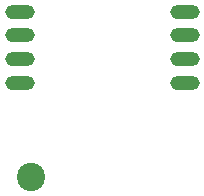
<source format=gts>
%TF.GenerationSoftware,KiCad,Pcbnew,(6.0.8)*%
%TF.CreationDate,2022-10-29T15:14:35+02:00*%
%TF.ProjectId,view_screen,76696577-5f73-4637-9265-656e2e6b6963,rev?*%
%TF.SameCoordinates,Original*%
%TF.FileFunction,Soldermask,Top*%
%TF.FilePolarity,Negative*%
%FSLAX46Y46*%
G04 Gerber Fmt 4.6, Leading zero omitted, Abs format (unit mm)*
G04 Created by KiCad (PCBNEW (6.0.8)) date 2022-10-29 15:14:35*
%MOMM*%
%LPD*%
G01*
G04 APERTURE LIST*
%ADD10C,2.400000*%
%ADD11O,2.500000X1.250000*%
G04 APERTURE END LIST*
D10*
%TO.C,H1*%
X94000000Y-100000000D03*
%TD*%
D11*
%TO.C,J5*%
X93000000Y-92000000D03*
X93000000Y-90000000D03*
X93000000Y-88000000D03*
X93000000Y-86000000D03*
%TD*%
%TO.C,J4*%
X107000000Y-92000000D03*
X107000000Y-90000000D03*
X107000000Y-88000000D03*
X107000000Y-86000000D03*
%TD*%
M02*

</source>
